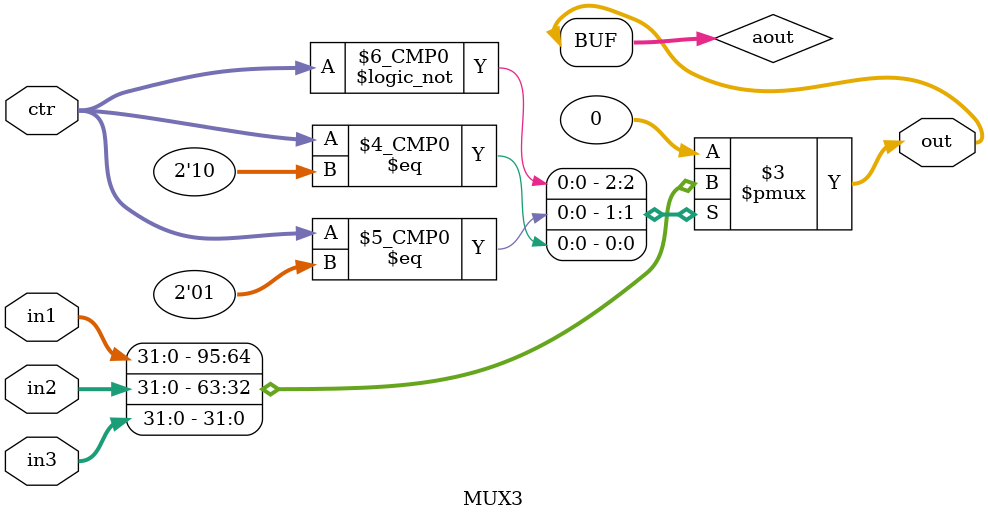
<source format=sv>
module MUX3(in1, in2, in3, ctr, out);

input [31:0] in1, in2, in3;
input [1:0] ctr;

output [31:0] out;

reg [31:0] aout;

assign out = aout;

always_comb
begin
	case(ctr)
		2'b00 : aout = in1;
		2'b01 : aout = in2;
		2'b10 : aout = in3;
		default : aout = 0;
	endcase
end
endmodule 
</source>
